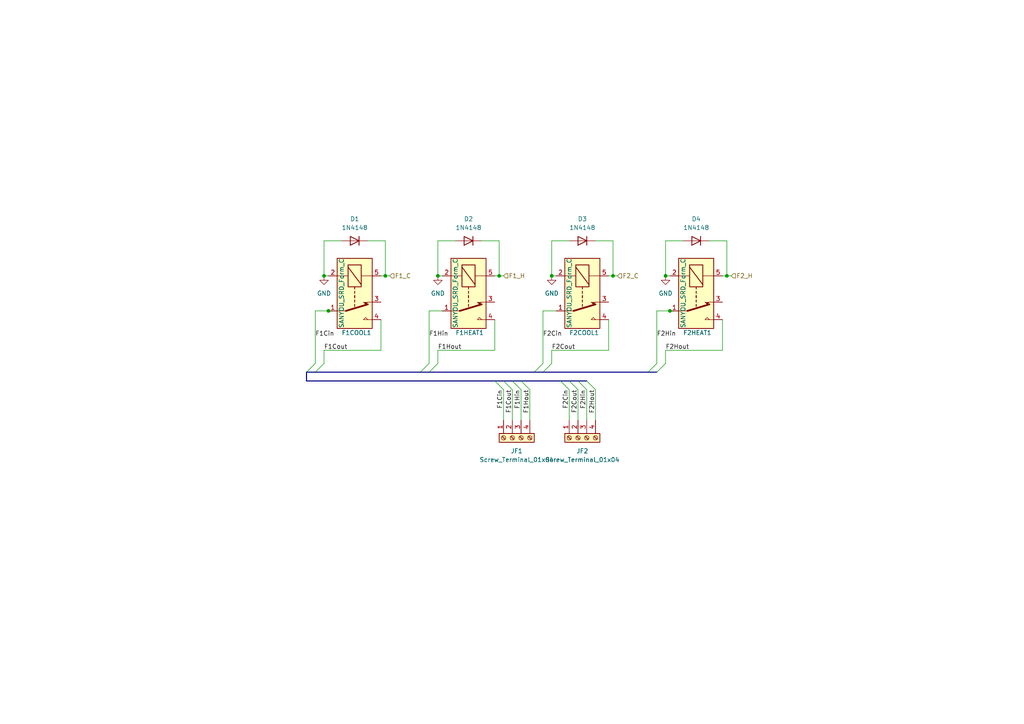
<source format=kicad_sch>
(kicad_sch (version 20211123) (generator eeschema)
  (paper "A4")
  (title_block (title "Glycol/Fermenter Control Circuit") (date "2023-01-31") (rev "1.0"))
  (lib_symbols
    (symbol "Connector:Screw_Terminal_01x04" (pin_names (offset 1.016) hide)
      (property "Reference" "J" (at 0 5.08 0))
      (property "Value" "Screw_Terminal_01x04" (at 0 -7.62 0))
      (symbol "Screw_Terminal_01x04_1_1"
        (rectangle (start -1.27 3.81) (end 1.27 -6.35) (stroke (width 0.254)) (fill (type background)))
        (circle (center 0 -5.08) (radius 0.635) (stroke (width 0.1524)))
        (circle (center 0 -2.54) (radius 0.635) (stroke (width 0.1524)))
        (polyline (pts (xy -0.5334 -4.7498) (xy 0.3302 -5.588)) (stroke (width 0.1524)))
        (polyline (pts (xy -0.5334 -2.2098) (xy 0.3302 -3.048)) (stroke (width 0.1524)))
        (polyline (pts (xy -0.5334 0.3302) (xy 0.3302 -0.508)) (stroke (width 0.1524)))
        (polyline (pts (xy -0.5334 2.8702) (xy 0.3302 2.032)) (stroke (width 0.1524)))
        (polyline (pts (xy -0.3556 -4.572) (xy 0.508 -5.4102)) (stroke (width 0.1524)))
        (polyline (pts (xy -0.3556 -2.032) (xy 0.508 -2.8702)) (stroke (width 0.1524)))
        (polyline (pts (xy -0.3556 0.508) (xy 0.508 -0.3302)) (stroke (width 0.1524)))
        (polyline (pts (xy -0.3556 3.048) (xy 0.508 2.2098)) (stroke (width 0.1524)))
        (circle (center 0 0) (radius 0.635) (stroke (width 0.1524)))
        (circle (center 0 2.54) (radius 0.635) (stroke (width 0.1524)))
        (pin passive line (at -5.08 2.54 0) (length 3.81) (name "Pin_1") (number "1"))
        (pin passive line (at -5.08 0 0) (length 3.81) (name "Pin_2") (number "2"))
        (pin passive line (at -5.08 -2.54 0) (length 3.81) (name "Pin_3") (number "3"))
        (pin passive line (at -5.08 -5.08 0) (length 3.81) (name "Pin_4") (number "4"))
      )
    )
    (symbol "Diode:1N4148" (pin_numbers hide) (pin_names hide)
      (property "Reference" "D" (at 0 2.54 0))
      (property "Value" "1N4148" (at 0 -2.54 0))
      (symbol "1N4148_0_1"
        (polyline (pts (xy -1.27 1.27) (xy -1.27 -1.27)) (stroke (width 0.254)))
        (polyline (pts (xy 1.27 0) (xy -1.27 0)))
        (polyline (pts (xy 1.27 1.27) (xy 1.27 -1.27) (xy -1.27 0) (xy 1.27 1.27)) (stroke (width 0.254)))
      )
      (symbol "1N4148_1_1"
        (pin passive line (at -3.81 0 0) (length 2.54) (name "K") (number "1"))
        (pin passive line (at 3.81 0 180) (length 2.54) (name "A") (number "2"))
      )
    )
    (symbol "Glycol_Chiller-rescue:SANYOU_SRD_Form_C-Relay" (pin_names (offset 1.016))
      (property "Reference" "K" (at 11.43 3.81 0))
      (property "Value" "SANYOU_SRD_Form_C-Relay" (at 11.43 1.27 0))
      (symbol "SANYOU_SRD_Form_C-Relay_0_0"
        (polyline (pts (xy 2.54 3.81) (xy 2.54 5.08)))
        (polyline (pts (xy 7.62 3.81) (xy 7.62 5.08)))
        (polyline (pts (xy 7.62 3.81) (xy 7.62 2.54) (xy 6.985 3.175) (xy 7.62 3.81)))
      )
      (symbol "SANYOU_SRD_Form_C-Relay_0_1"
        (rectangle (start -10.16 5.08) (end 10.16 -5.08) (stroke (width 0.254)) (fill (type background)))
        (rectangle (start -8.255 1.905) (end -1.905 -1.905) (stroke (width 0.254)))
        (polyline (pts (xy -7.62 -1.905) (xy -2.54 1.905)) (stroke (width 0.254)))
        (polyline (pts (xy -5.08 -5.08) (xy -5.08 -1.905)))
        (polyline (pts (xy -5.08 5.08) (xy -5.08 1.905)))
        (polyline (pts (xy -1.905 0) (xy -1.27 0)) (stroke (width 0.254)))
        (polyline (pts (xy -0.635 0) (xy 0 0)) (stroke (width 0.254)))
        (polyline (pts (xy 0.635 0) (xy 1.27 0)) (stroke (width 0.254)))
        (polyline (pts (xy 0.635 0) (xy 1.27 0)) (stroke (width 0.254)))
        (polyline (pts (xy 1.905 0) (xy 2.54 0)) (stroke (width 0.254)))
        (polyline (pts (xy 3.175 0) (xy 3.81 0)) (stroke (width 0.254)))
        (polyline (pts (xy 5.08 -2.54) (xy 3.175 3.81)) (stroke (width 0.508)))
        (polyline (pts (xy 5.08 -2.54) (xy 5.08 -5.08)))
        (polyline (pts (xy 2.54 2.54) (xy 3.175 3.175) (xy 2.54 3.81)) (fill (type outline)))
      )
      (symbol "SANYOU_SRD_Form_C-Relay_1_1"
        (pin passive line (at 5.08 -7.62 90) (length 2.54) (name "~") (number "1"))
        (pin passive line (at -5.08 -7.62 90) (length 2.54) (name "~") (number "2"))
        (pin passive line (at 2.54 7.62 270) (length 2.54) (name "~") (number "3"))
        (pin passive line (at 7.62 7.62 270) (length 2.54) (name "~") (number "4"))
        (pin passive line (at -5.08 7.62 270) (length 2.54) (name "~") (number "5"))
      )
    )
    (symbol "power:GND" (power) (pin_names (offset 0))
      (property "Value" "GND" (at 0 -3.81 0))
      (symbol "GND_0_1"
        (polyline (pts (xy 0 0) (xy 0 -1.27) (xy 1.27 -1.27) (xy 0 -2.54) (xy -1.27 -1.27) (xy 0 -1.27)))
      )
      (symbol "GND_1_1"
        (pin power_in line (at 0 0 270) (length 0) hide (name "GND") (number "1"))
      )
    )
  )
  (junction (at 210.82 80.01))
  (junction (at 194.31 90.17))
  (junction (at 144.78 80.01))
  (junction (at 160.02 80.01))
  (junction (at 111.76 80.01))
  (junction (at 177.8 80.01))
  (junction (at 95.25 90.17))
  (junction (at 193.04 80.01))
  (junction (at 93.98 80.01))
  (junction (at 127 80.01))
  (bus_entry (at 91.44 107.95) (size 2.54 -2.54))
  (bus_entry (at 146.05 110.49) (size 2.54 2.54))
  (bus_entry (at 157.48 107.95) (size 2.54 -2.54))
  (bus_entry (at 167.64 110.49) (size 2.54 2.54))
  (bus_entry (at 162.56 110.49) (size 2.54 2.54))
  (bus_entry (at 187.96 107.95) (size 2.54 -2.54))
  (bus_entry (at 88.9 107.95) (size 2.54 -2.54))
  (bus_entry (at 154.94 107.95) (size 2.54 -2.54))
  (bus_entry (at 124.46 107.95) (size 2.54 -2.54))
  (bus_entry (at 190.5 107.95) (size 2.54 -2.54))
  (bus_entry (at 165.1 110.49) (size 2.54 2.54))
  (bus_entry (at 170.18 110.49) (size 2.54 2.54))
  (bus_entry (at 143.51 110.49) (size 2.54 2.54))
  (bus_entry (at 121.92 107.95) (size 2.54 -2.54))
  (bus_entry (at 148.59 110.49) (size 2.54 2.54))
  (bus_entry (at 151.13 110.49) (size 2.54 2.54))
  (wire (pts (xy 99.06 69.85) (xy 93.98 69.85)))
  (wire (pts (xy 132.08 69.85) (xy 127 69.85)))
  (bus (pts (xy 167.64 110.49) (xy 170.18 110.49)))
  (wire (pts (xy 157.48 90.17) (xy 161.29 90.17)))
  (bus (pts (xy 88.9 110.49) (xy 88.9 107.95)))
  (wire (pts (xy 96.52 90.17) (xy 95.25 90.17)))
  (wire (pts (xy 160.02 101.6) (xy 160.02 105.41)))
  (wire (pts (xy 146.05 113.03) (xy 146.05 121.92)))
  (wire (pts (xy 106.68 69.85) (xy 111.76 69.85)))
  (wire (pts (xy 110.49 101.6) (xy 93.98 101.6)))
  (wire (pts (xy 172.72 69.85) (xy 177.8 69.85)))
  (wire (pts (xy 124.46 90.17) (xy 124.46 105.41)))
  (wire (pts (xy 153.67 113.03) (xy 153.67 121.92)))
  (wire (pts (xy 194.31 90.17) (xy 190.5 90.17)))
  (wire (pts (xy 167.64 113.03) (xy 167.64 121.92)))
  (bus (pts (xy 148.59 110.49) (xy 151.13 110.49)))
  (wire (pts (xy 212.09 80.01) (xy 210.82 80.01)))
  (wire (pts (xy 111.76 80.01) (xy 110.49 80.01)))
  (bus (pts (xy 146.05 110.49) (xy 148.59 110.49)))
  (bus (pts (xy 157.48 107.95) (xy 187.96 107.95)))
  (wire (pts (xy 161.29 80.01) (xy 160.02 80.01)))
  (wire (pts (xy 193.04 69.85) (xy 193.04 80.01)))
  (wire (pts (xy 128.27 80.01) (xy 127 80.01)))
  (wire (pts (xy 170.18 113.03) (xy 170.18 121.92)))
  (bus (pts (xy 143.51 110.49) (xy 88.9 110.49)))
  (wire (pts (xy 111.76 69.85) (xy 111.76 80.01)))
  (wire (pts (xy 198.12 69.85) (xy 193.04 69.85)))
  (bus (pts (xy 88.9 107.95) (xy 91.44 107.95)))
  (bus (pts (xy 165.1 110.49) (xy 167.64 110.49)))
  (bus (pts (xy 187.96 107.95) (xy 190.5 107.95)))
  (wire (pts (xy 128.27 90.17) (xy 124.46 90.17)))
  (wire (pts (xy 165.1 69.85) (xy 160.02 69.85)))
  (bus (pts (xy 154.94 107.95) (xy 157.48 107.95)))
  (bus (pts (xy 151.13 110.49) (xy 162.56 110.49)))
  (wire (pts (xy 193.04 101.6) (xy 193.04 105.41)))
  (wire (pts (xy 160.02 69.85) (xy 160.02 80.01)))
  (wire (pts (xy 151.13 113.03) (xy 151.13 121.92)))
  (wire (pts (xy 190.5 90.17) (xy 190.5 105.41)))
  (wire (pts (xy 209.55 92.71) (xy 209.55 101.6)))
  (wire (pts (xy 177.8 69.85) (xy 177.8 80.01)))
  (wire (pts (xy 210.82 80.01) (xy 209.55 80.01)))
  (wire (pts (xy 93.98 69.85) (xy 93.98 80.01)))
  (wire (pts (xy 113.03 80.01) (xy 111.76 80.01)))
  (wire (pts (xy 195.58 90.17) (xy 194.31 90.17)))
  (wire (pts (xy 205.74 69.85) (xy 210.82 69.85)))
  (wire (pts (xy 176.53 101.6) (xy 160.02 101.6)))
  (wire (pts (xy 210.82 69.85) (xy 210.82 80.01)))
  (wire (pts (xy 139.7 69.85) (xy 144.78 69.85)))
  (wire (pts (xy 176.53 92.71) (xy 176.53 101.6)))
  (wire (pts (xy 146.05 80.01) (xy 144.78 80.01)))
  (wire (pts (xy 144.78 69.85) (xy 144.78 80.01)))
  (wire (pts (xy 110.49 92.71) (xy 110.49 101.6)))
  (wire (pts (xy 177.8 80.01) (xy 176.53 80.01)))
  (wire (pts (xy 127 101.6) (xy 127 105.41)))
  (wire (pts (xy 143.51 92.71) (xy 143.51 101.6)))
  (wire (pts (xy 179.07 80.01) (xy 177.8 80.01)))
  (wire (pts (xy 172.72 113.03) (xy 172.72 121.92)))
  (wire (pts (xy 127 69.85) (xy 127 80.01)))
  (wire (pts (xy 194.31 80.01) (xy 193.04 80.01)))
  (wire (pts (xy 144.78 80.01) (xy 143.51 80.01)))
  (bus (pts (xy 124.46 107.95) (xy 154.94 107.95)))
  (bus (pts (xy 121.92 107.95) (xy 124.46 107.95)))
  (wire (pts (xy 209.55 101.6) (xy 193.04 101.6)))
  (wire (pts (xy 143.51 101.6) (xy 127 101.6)))
  (wire (pts (xy 95.25 80.01) (xy 93.98 80.01)))
  (wire (pts (xy 148.59 113.03) (xy 148.59 121.92)))
  (wire (pts (xy 165.1 113.03) (xy 165.1 121.92)))
  (bus (pts (xy 143.51 110.49) (xy 146.05 110.49)))
  (wire (pts (xy 157.48 90.17) (xy 157.48 105.41)))
  (bus (pts (xy 91.44 107.95) (xy 121.92 107.95)))
  (wire (pts (xy 95.25 90.17) (xy 91.44 90.17)))
  (wire (pts (xy 91.44 90.17) (xy 91.44 105.41)))
  (bus (pts (xy 162.56 110.49) (xy 165.1 110.49)))
  (wire (pts (xy 93.98 101.6) (xy 93.98 105.41)))
  (label "F1Hin" (at 124.46 97.79 0))
  (label "F1Cout" (at 148.59 113.03 270))
  (label "F1Cin" (at 146.05 113.03 270))
  (label "F2Cout" (at 160.02 101.6 0))
  (label "F1Cin" (at 91.44 97.79 0))
  (label "F2Hout" (at 172.72 113.03 270))
  (label "F2Cin" (at 157.48 97.79 0))
  (label "F2Hout" (at 193.04 101.6 0))
  (label "F2Hin" (at 190.5 97.79 0))
  (label "F1Hout" (at 127 101.6 0))
  (label "F2Cout" (at 167.64 113.03 270))
  (label "F1Cout" (at 93.98 101.6 0))
  (label "F2Cin" (at 165.1 113.03 270))
  (label "F1Hout" (at 153.67 113.03 270))
  (label "F2Hin" (at 170.18 113.03 270))
  (label "F1Hin" (at 151.13 113.03 270))
  (hierarchical_label "F2_H" (shape input) (at 212.09 80.01 0))
  (hierarchical_label "F2_C" (shape input) (at 179.07 80.01 0))
  (hierarchical_label "F1_C" (shape input) (at 113.03 80.01 0))
  (hierarchical_label "F1_H" (shape input) (at 146.05 80.01 0))
  (symbol (lib_id "Diode:1N4148") (at 102.87 69.85 180) (unit 1)
    (property "Reference" "D1" (at 102.87 63.5 0))
    (property "Value" "1N4148" (at 102.87 66.04 0))
    (property "Footprint" "Diode_SMD:D_SOD-323F" (effects hide))
    (property "Datasheet" "https://assets.nexperia.com/documents/data-sheet/1N4148_1N4448.pdf" (effects hide))
  )
  (symbol (lib_id "Glycol_Chiller-rescue:SANYOU_SRD_Form_C-Relay") (at 102.87 85.09 270) (unit 1)
    (property "Reference" "F1COOL1" (at 99.06 96.52 90) (effects (justify left)))
    (property "Value" "SANYOU_SRD_Form_C" (at 99.06 74.93 0) (effects (justify left)))
    (property "Footprint" "Relay_THT:Relay_SPDT_SANYOU_SRD_Series_Form_C" (effects hide))
    (property "Datasheet" "http://www.sanyourelay.ca/public/products/pdf/SRD.pdf" (effects hide))
  )
  (symbol (lib_id "Glycol_Chiller-rescue:SANYOU_SRD_Form_C-Relay") (at 135.89 85.09 270) (unit 1)
    (property "Reference" "F1HEAT1" (at 132.08 96.52 90) (effects (justify left)))
    (property "Value" "SANYOU_SRD_Form_C" (at 132.08 74.93 0) (effects (justify left)))
    (property "Footprint" "Relay_THT:Relay_SPDT_SANYOU_SRD_Series_Form_C" (effects hide))
    (property "Datasheet" "http://www.sanyourelay.ca/public/products/pdf/SRD.pdf" (effects hide))
  )
  (symbol (lib_id "Glycol_Chiller-rescue:SANYOU_SRD_Form_C-Relay") (at 201.93 85.09 270) (unit 1)
    (property "Reference" "F2HEAT1" (at 198.12 96.52 90) (effects (justify left)))
    (property "Value" "SANYOU_SRD_Form_C" (at 198.12 74.93 0) (effects (justify left)))
    (property "Footprint" "Relay_THT:Relay_SPDT_SANYOU_SRD_Series_Form_C" (effects hide))
    (property "Datasheet" "http://www.sanyourelay.ca/public/products/pdf/SRD.pdf" (effects hide))
  )
  (symbol (lib_id "power:GND") (at 193.04 80.01 0) (unit 1)
    (property "Reference" "#PWR0108" (effects hide))
    (property "Value" "GND" (at 193.04 85.09 0))
  )
  (symbol (lib_id "Diode:1N4148") (at 201.93 69.85 180) (unit 1)
    (property "Reference" "D4" (at 201.93 63.5 0))
    (property "Value" "1N4148" (at 201.93 66.04 0))
    (property "Footprint" "Diode_SMD:D_SOD-323F" (effects hide))
    (property "Datasheet" "https://assets.nexperia.com/documents/data-sheet/1N4148_1N4448.pdf" (effects hide))
  )
  (symbol (lib_id "power:GND") (at 93.98 80.01 0) (unit 1)
    (property "Reference" "#PWR0112" (effects hide))
    (property "Value" "GND" (at 93.98 85.09 0))
  )
  (symbol (lib_id "Connector:Screw_Terminal_01x04") (at 148.59 127 90) (mirror x) (unit 1)
    (property "Reference" "JF1" (at 149.86 130.81 90))
    (property "Value" "Screw_Terminal_01x04" (at 149.86 133.35 90))
    (property "Footprint" "TerminalBlock_Phoenix:TerminalBlock_Phoenix_MKDS-1,5-4-5.08_1x04_P5.08mm_Horizontal" (effects hide))
  )
  (symbol (lib_id "Diode:1N4148") (at 135.89 69.85 180) (unit 1)
    (property "Reference" "D2" (at 135.89 63.5 0))
    (property "Value" "1N4148" (at 135.89 66.04 0))
    (property "Footprint" "Diode_SMD:D_SOD-323F" (effects hide))
    (property "Datasheet" "https://assets.nexperia.com/documents/data-sheet/1N4148_1N4448.pdf" (effects hide))
  )
  (symbol (lib_id "Connector:Screw_Terminal_01x04") (at 167.64 127 90) (mirror x) (unit 1)
    (property "Reference" "JF2" (at 168.91 130.81 90))
    (property "Value" "Screw_Terminal_01x04" (at 168.91 133.35 90))
    (property "Footprint" "TerminalBlock_Phoenix:TerminalBlock_Phoenix_MKDS-1,5-4-5.08_1x04_P5.08mm_Horizontal" (effects hide))
  )
  (symbol (lib_id "Diode:1N4148") (at 168.91 69.85 180) (unit 1)
    (property "Reference" "D3" (at 168.91 63.5 0))
    (property "Value" "1N4148" (at 168.91 66.04 0))
    (property "Footprint" "Diode_SMD:D_SOD-323F" (effects hide))
    (property "Datasheet" "https://assets.nexperia.com/documents/data-sheet/1N4148_1N4448.pdf" (effects hide))
  )
  (symbol (lib_id "power:GND") (at 160.02 80.01 0) (unit 1)
    (property "Reference" "#PWR0107" (effects hide))
    (property "Value" "GND" (at 160.02 85.09 0))
  )
  (symbol (lib_id "Glycol_Chiller-rescue:SANYOU_SRD_Form_C-Relay") (at 168.91 85.09 270) (unit 1)
    (property "Reference" "F2COOL1" (at 165.1 96.52 90) (effects (justify left)))
    (property "Value" "SANYOU_SRD_Form_C" (at 165.1 74.93 0) (effects (justify left)))
    (property "Footprint" "Relay_THT:Relay_SPDT_SANYOU_SRD_Series_Form_C" (effects hide))
    (property "Datasheet" "http://www.sanyourelay.ca/public/products/pdf/SRD.pdf" (effects hide))
  )
  (symbol (lib_id "power:GND") (at 127 80.01 0) (unit 1)
    (property "Reference" "#PWR0113" (effects hide))
    (property "Value" "GND" (at 127 85.09 0))
  )
)
</source>
